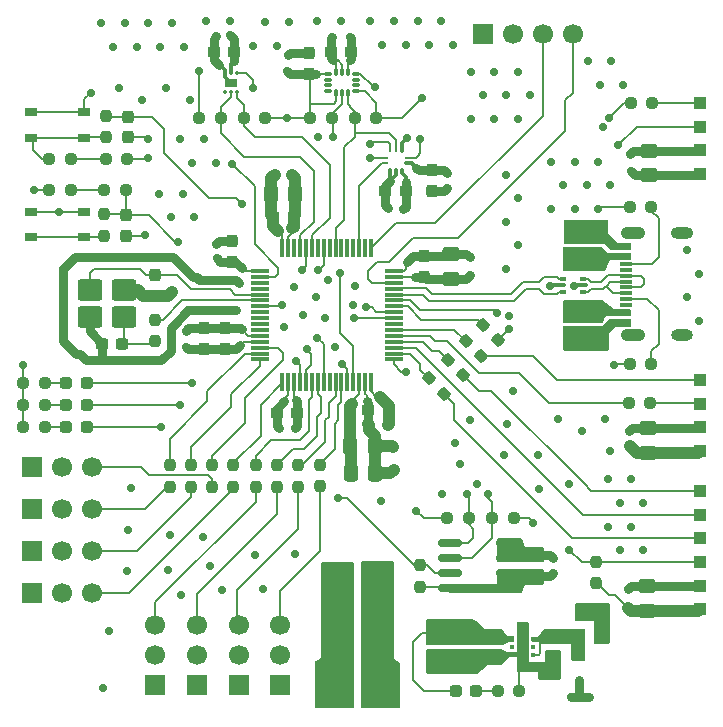
<source format=gtl>
G04 #@! TF.GenerationSoftware,KiCad,Pcbnew,9.0.4*
G04 #@! TF.CreationDate,2025-09-12T00:15:00+05:30*
G04 #@! TF.ProjectId,Udayate,55646179-6174-4652-9e6b-696361645f70,1*
G04 #@! TF.SameCoordinates,Original*
G04 #@! TF.FileFunction,Copper,L1,Top*
G04 #@! TF.FilePolarity,Positive*
%FSLAX46Y46*%
G04 Gerber Fmt 4.6, Leading zero omitted, Abs format (unit mm)*
G04 Created by KiCad (PCBNEW 9.0.4) date 2025-09-12 00:15:00*
%MOMM*%
%LPD*%
G01*
G04 APERTURE LIST*
G04 Aperture macros list*
%AMRoundRect*
0 Rectangle with rounded corners*
0 $1 Rounding radius*
0 $2 $3 $4 $5 $6 $7 $8 $9 X,Y pos of 4 corners*
0 Add a 4 corners polygon primitive as box body*
4,1,4,$2,$3,$4,$5,$6,$7,$8,$9,$2,$3,0*
0 Add four circle primitives for the rounded corners*
1,1,$1+$1,$2,$3*
1,1,$1+$1,$4,$5*
1,1,$1+$1,$6,$7*
1,1,$1+$1,$8,$9*
0 Add four rect primitives between the rounded corners*
20,1,$1+$1,$2,$3,$4,$5,0*
20,1,$1+$1,$4,$5,$6,$7,0*
20,1,$1+$1,$6,$7,$8,$9,0*
20,1,$1+$1,$8,$9,$2,$3,0*%
G04 Aperture macros list end*
G04 #@! TA.AperFunction,SMDPad,CuDef*
%ADD10RoundRect,0.250000X0.475000X-0.337500X0.475000X0.337500X-0.475000X0.337500X-0.475000X-0.337500X0*%
G04 #@! TD*
G04 #@! TA.AperFunction,SMDPad,CuDef*
%ADD11RoundRect,0.237500X0.300000X0.237500X-0.300000X0.237500X-0.300000X-0.237500X0.300000X-0.237500X0*%
G04 #@! TD*
G04 #@! TA.AperFunction,SMDPad,CuDef*
%ADD12RoundRect,0.237500X-0.237500X0.300000X-0.237500X-0.300000X0.237500X-0.300000X0.237500X0.300000X0*%
G04 #@! TD*
G04 #@! TA.AperFunction,SMDPad,CuDef*
%ADD13RoundRect,0.237500X0.250000X0.237500X-0.250000X0.237500X-0.250000X-0.237500X0.250000X-0.237500X0*%
G04 #@! TD*
G04 #@! TA.AperFunction,SMDPad,CuDef*
%ADD14RoundRect,0.250000X0.337500X0.475000X-0.337500X0.475000X-0.337500X-0.475000X0.337500X-0.475000X0*%
G04 #@! TD*
G04 #@! TA.AperFunction,ComponentPad*
%ADD15R,1.700000X1.700000*%
G04 #@! TD*
G04 #@! TA.AperFunction,ComponentPad*
%ADD16C,1.700000*%
G04 #@! TD*
G04 #@! TA.AperFunction,SMDPad,CuDef*
%ADD17R,1.000000X1.000000*%
G04 #@! TD*
G04 #@! TA.AperFunction,SMDPad,CuDef*
%ADD18RoundRect,0.237500X0.237500X-0.250000X0.237500X0.250000X-0.237500X0.250000X-0.237500X-0.250000X0*%
G04 #@! TD*
G04 #@! TA.AperFunction,SMDPad,CuDef*
%ADD19RoundRect,0.237500X0.344715X-0.008839X-0.008839X0.344715X-0.344715X0.008839X0.008839X-0.344715X0*%
G04 #@! TD*
G04 #@! TA.AperFunction,SMDPad,CuDef*
%ADD20RoundRect,0.237500X-0.250000X-0.237500X0.250000X-0.237500X0.250000X0.237500X-0.250000X0.237500X0*%
G04 #@! TD*
G04 #@! TA.AperFunction,SMDPad,CuDef*
%ADD21RoundRect,0.237500X-0.287500X-0.237500X0.287500X-0.237500X0.287500X0.237500X-0.287500X0.237500X0*%
G04 #@! TD*
G04 #@! TA.AperFunction,SMDPad,CuDef*
%ADD22RoundRect,0.045000X0.105000X-0.117500X0.105000X0.117500X-0.105000X0.117500X-0.105000X-0.117500X0*%
G04 #@! TD*
G04 #@! TA.AperFunction,SMDPad,CuDef*
%ADD23RoundRect,0.045000X-0.105000X0.117500X-0.105000X-0.117500X0.105000X-0.117500X0.105000X0.117500X0*%
G04 #@! TD*
G04 #@! TA.AperFunction,HeatsinkPad*
%ADD24RoundRect,0.105000X-0.445000X-0.245000X0.445000X-0.245000X0.445000X0.245000X-0.445000X0.245000X0*%
G04 #@! TD*
G04 #@! TA.AperFunction,SMDPad,CuDef*
%ADD25RoundRect,0.250000X-0.475000X0.337500X-0.475000X-0.337500X0.475000X-0.337500X0.475000X0.337500X0*%
G04 #@! TD*
G04 #@! TA.AperFunction,SMDPad,CuDef*
%ADD26RoundRect,0.081250X0.231250X0.081250X-0.231250X0.081250X-0.231250X-0.081250X0.231250X-0.081250X0*%
G04 #@! TD*
G04 #@! TA.AperFunction,SMDPad,CuDef*
%ADD27RoundRect,0.081250X0.081250X0.231250X-0.081250X0.231250X-0.081250X-0.231250X0.081250X-0.231250X0*%
G04 #@! TD*
G04 #@! TA.AperFunction,SMDPad,CuDef*
%ADD28RoundRect,0.237500X-0.300000X-0.237500X0.300000X-0.237500X0.300000X0.237500X-0.300000X0.237500X0*%
G04 #@! TD*
G04 #@! TA.AperFunction,SMDPad,CuDef*
%ADD29RoundRect,0.237500X0.237500X-0.300000X0.237500X0.300000X-0.237500X0.300000X-0.237500X-0.300000X0*%
G04 #@! TD*
G04 #@! TA.AperFunction,SMDPad,CuDef*
%ADD30R,1.050000X0.650000*%
G04 #@! TD*
G04 #@! TA.AperFunction,SMDPad,CuDef*
%ADD31R,0.279400X0.254000*%
G04 #@! TD*
G04 #@! TA.AperFunction,SMDPad,CuDef*
%ADD32R,0.254000X0.279400*%
G04 #@! TD*
G04 #@! TA.AperFunction,SMDPad,CuDef*
%ADD33RoundRect,0.075000X-0.700000X-0.075000X0.700000X-0.075000X0.700000X0.075000X-0.700000X0.075000X0*%
G04 #@! TD*
G04 #@! TA.AperFunction,SMDPad,CuDef*
%ADD34RoundRect,0.075000X-0.075000X-0.700000X0.075000X-0.700000X0.075000X0.700000X-0.075000X0.700000X0*%
G04 #@! TD*
G04 #@! TA.AperFunction,SMDPad,CuDef*
%ADD35RoundRect,0.237500X-0.344715X0.008839X0.008839X-0.344715X0.344715X-0.008839X-0.008839X0.344715X0*%
G04 #@! TD*
G04 #@! TA.AperFunction,SMDPad,CuDef*
%ADD36RoundRect,0.250000X-0.337500X-0.475000X0.337500X-0.475000X0.337500X0.475000X-0.337500X0.475000X0*%
G04 #@! TD*
G04 #@! TA.AperFunction,SMDPad,CuDef*
%ADD37RoundRect,0.125000X-0.125000X-0.125000X0.125000X-0.125000X0.125000X0.125000X-0.125000X0.125000X0*%
G04 #@! TD*
G04 #@! TA.AperFunction,SMDPad,CuDef*
%ADD38RoundRect,0.093750X0.156250X0.093750X-0.156250X0.093750X-0.156250X-0.093750X0.156250X-0.093750X0*%
G04 #@! TD*
G04 #@! TA.AperFunction,SMDPad,CuDef*
%ADD39RoundRect,0.075000X0.250000X0.075000X-0.250000X0.075000X-0.250000X-0.075000X0.250000X-0.075000X0*%
G04 #@! TD*
G04 #@! TA.AperFunction,SMDPad,CuDef*
%ADD40RoundRect,0.150000X0.825000X0.150000X-0.825000X0.150000X-0.825000X-0.150000X0.825000X-0.150000X0*%
G04 #@! TD*
G04 #@! TA.AperFunction,SMDPad,CuDef*
%ADD41R,2.000000X2.000000*%
G04 #@! TD*
G04 #@! TA.AperFunction,SMDPad,CuDef*
%ADD42R,1.140000X0.600000*%
G04 #@! TD*
G04 #@! TA.AperFunction,SMDPad,CuDef*
%ADD43R,1.140000X0.300000*%
G04 #@! TD*
G04 #@! TA.AperFunction,ComponentPad*
%ADD44O,2.100000X1.050000*%
G04 #@! TD*
G04 #@! TA.AperFunction,ComponentPad*
%ADD45O,1.850000X0.950000*%
G04 #@! TD*
G04 #@! TA.AperFunction,ComponentPad*
%ADD46O,1.900000X1.000000*%
G04 #@! TD*
G04 #@! TA.AperFunction,SMDPad,CuDef*
%ADD47RoundRect,0.093750X-0.093750X-0.106250X0.093750X-0.106250X0.093750X0.106250X-0.093750X0.106250X0*%
G04 #@! TD*
G04 #@! TA.AperFunction,HeatsinkPad*
%ADD48R,1.000000X1.600000*%
G04 #@! TD*
G04 #@! TA.AperFunction,SMDPad,CuDef*
%ADD49RoundRect,0.250000X0.800000X0.650000X-0.800000X0.650000X-0.800000X-0.650000X0.800000X-0.650000X0*%
G04 #@! TD*
G04 #@! TA.AperFunction,SMDPad,CuDef*
%ADD50RoundRect,0.237500X0.287500X0.237500X-0.287500X0.237500X-0.287500X-0.237500X0.287500X-0.237500X0*%
G04 #@! TD*
G04 #@! TA.AperFunction,SMDPad,CuDef*
%ADD51RoundRect,0.125000X-0.125000X0.125000X-0.125000X-0.125000X0.125000X-0.125000X0.125000X0.125000X0*%
G04 #@! TD*
G04 #@! TA.AperFunction,ViaPad*
%ADD52C,0.730000*%
G04 #@! TD*
G04 #@! TA.AperFunction,ViaPad*
%ADD53C,0.700000*%
G04 #@! TD*
G04 #@! TA.AperFunction,ViaPad*
%ADD54C,0.710000*%
G04 #@! TD*
G04 #@! TA.AperFunction,Conductor*
%ADD55C,0.200000*%
G04 #@! TD*
G04 #@! TA.AperFunction,Conductor*
%ADD56C,0.800000*%
G04 #@! TD*
G04 #@! TA.AperFunction,Conductor*
%ADD57C,1.000000*%
G04 #@! TD*
G04 #@! TA.AperFunction,Conductor*
%ADD58C,0.300000*%
G04 #@! TD*
G04 #@! TA.AperFunction,Conductor*
%ADD59C,0.180000*%
G04 #@! TD*
G04 APERTURE END LIST*
D10*
X172968750Y-86468750D03*
X172968750Y-84393750D03*
D11*
X137857500Y-76030000D03*
X136132500Y-76030000D03*
D12*
X159800000Y-125550000D03*
X159800000Y-127275000D03*
D13*
X173200000Y-102420000D03*
X171375000Y-102420000D03*
X140512500Y-81600000D03*
X138687500Y-81600000D03*
D14*
X149337500Y-121300000D03*
X147262500Y-121300000D03*
D15*
X138240000Y-129600000D03*
D16*
X138240000Y-127060000D03*
X138240000Y-124520000D03*
D17*
X177300000Y-119200000D03*
X177270000Y-80330000D03*
D18*
X126875000Y-91587500D03*
X126875000Y-89762500D03*
D19*
X160190470Y-100390470D03*
X158900000Y-99100000D03*
D20*
X171457500Y-80330000D03*
X173282500Y-80330000D03*
D17*
X177300000Y-109800000D03*
D21*
X123625000Y-105900000D03*
X125375000Y-105900000D03*
X123625000Y-104000000D03*
X125375000Y-104000000D03*
D22*
X138095000Y-79430000D03*
D23*
X137595000Y-79430000D03*
X137095000Y-79430000D03*
X137095000Y-77790000D03*
D24*
X137600000Y-78600000D03*
D23*
X137595000Y-77790000D03*
D22*
X138095000Y-77790000D03*
D17*
X177268750Y-86331250D03*
D20*
X119987500Y-105900000D03*
X121812500Y-105900000D03*
D25*
X156200000Y-93125000D03*
X156200000Y-95200000D03*
D26*
X148162500Y-79350000D03*
X148162500Y-78850000D03*
X148162500Y-78350000D03*
X148162500Y-77850000D03*
D27*
X147500000Y-77687500D03*
X147000000Y-77687500D03*
X146500000Y-77687500D03*
D26*
X145837500Y-77850000D03*
X145837500Y-78350000D03*
X145837500Y-78850000D03*
X145837500Y-79350000D03*
D27*
X146500000Y-79512500D03*
X147000000Y-79512500D03*
X147500000Y-79512500D03*
D28*
X141175000Y-90000000D03*
X142900000Y-90000000D03*
D18*
X145100000Y-112800000D03*
X145100000Y-110975000D03*
D15*
X120760000Y-121800000D03*
D16*
X123300000Y-121800000D03*
X125840000Y-121800000D03*
D15*
X158920000Y-74500000D03*
D16*
X161460000Y-74500000D03*
X164000000Y-74500000D03*
X166540000Y-74500000D03*
D20*
X155887500Y-115500000D03*
X157712500Y-115500000D03*
D17*
X177300000Y-103800000D03*
D18*
X127000000Y-83250000D03*
X127000000Y-81425000D03*
D17*
X177300000Y-105800000D03*
D29*
X135300000Y-101125000D03*
X135300000Y-99400000D03*
D12*
X164800000Y-125550000D03*
X164800000Y-127275000D03*
D15*
X134700000Y-129600000D03*
D16*
X134700000Y-127060000D03*
X134700000Y-124520000D03*
D30*
X120625000Y-81125000D03*
X125175000Y-81125000D03*
X120625000Y-83275000D03*
X125175000Y-83275000D03*
D31*
X152387400Y-85450000D03*
X152387400Y-84950000D03*
D32*
X152099999Y-84412600D03*
X151600000Y-84412600D03*
X151100001Y-84412600D03*
D31*
X150812600Y-84950000D03*
X150812600Y-85450000D03*
D32*
X151100001Y-85987400D03*
X151600000Y-85987400D03*
X152099999Y-85987400D03*
D12*
X128900000Y-81487500D03*
X128900000Y-83212500D03*
D20*
X126987500Y-85100000D03*
X128812500Y-85100000D03*
D14*
X149337500Y-125700000D03*
X147262500Y-125700000D03*
D18*
X143290000Y-112812500D03*
X143290000Y-110987500D03*
X137800000Y-112812500D03*
X137800000Y-110987500D03*
D17*
X177300000Y-113200000D03*
D33*
X140025000Y-94550000D03*
X140025000Y-95050000D03*
X140025000Y-95550000D03*
X140025000Y-96050000D03*
X140025000Y-96550000D03*
X140025000Y-97050000D03*
X140025000Y-97550000D03*
X140025000Y-98050000D03*
X140025000Y-98550000D03*
X140025000Y-99050000D03*
X140025000Y-99550000D03*
X140025000Y-100050000D03*
X140025000Y-100550000D03*
X140025000Y-101050000D03*
X140025000Y-101550000D03*
X140025000Y-102050000D03*
D34*
X141950000Y-103975000D03*
X142450000Y-103975000D03*
X142950000Y-103975000D03*
X143450000Y-103975000D03*
X143950000Y-103975000D03*
X144450000Y-103975000D03*
X144950000Y-103975000D03*
X145450000Y-103975000D03*
X145950000Y-103975000D03*
X146450000Y-103975000D03*
X146950000Y-103975000D03*
X147450000Y-103975000D03*
X147950000Y-103975000D03*
X148450000Y-103975000D03*
X148950000Y-103975000D03*
X149450000Y-103975000D03*
D33*
X151375000Y-102050000D03*
X151375000Y-101550000D03*
X151375000Y-101050000D03*
X151375000Y-100550000D03*
X151375000Y-100050000D03*
X151375000Y-99550000D03*
X151375000Y-99050000D03*
X151375000Y-98550000D03*
X151375000Y-98050000D03*
X151375000Y-97550000D03*
X151375000Y-97050000D03*
X151375000Y-96550000D03*
X151375000Y-96050000D03*
X151375000Y-95550000D03*
X151375000Y-95050000D03*
X151375000Y-94550000D03*
D34*
X149450000Y-92625000D03*
X148950000Y-92625000D03*
X148450000Y-92625000D03*
X147950000Y-92625000D03*
X147450000Y-92625000D03*
X146950000Y-92625000D03*
X146450000Y-92625000D03*
X145950000Y-92625000D03*
X145450000Y-92625000D03*
X144950000Y-92625000D03*
X144450000Y-92625000D03*
X143950000Y-92625000D03*
X143450000Y-92625000D03*
X142950000Y-92625000D03*
X142450000Y-92625000D03*
X141950000Y-92625000D03*
D35*
X157454765Y-100504765D03*
X158745235Y-101795235D03*
D17*
X177268750Y-82330000D03*
D20*
X144287500Y-81600000D03*
X146112500Y-81600000D03*
D18*
X141490000Y-112812500D03*
X141490000Y-110987500D03*
D20*
X122187500Y-85100000D03*
X124012500Y-85100000D03*
D15*
X120760000Y-118260000D03*
D16*
X123300000Y-118260000D03*
X125840000Y-118260000D03*
D17*
X177300000Y-121200000D03*
X177268750Y-84331250D03*
D30*
X120625000Y-89525000D03*
X125175000Y-89525000D03*
X120625000Y-91675000D03*
X125175000Y-91675000D03*
D17*
X177300000Y-117200000D03*
D12*
X128700000Y-89837500D03*
X128700000Y-91562500D03*
D20*
X171287500Y-105700000D03*
X173112500Y-105700000D03*
D11*
X143200000Y-106568750D03*
X141475000Y-106568750D03*
D29*
X163500000Y-120367500D03*
X163500000Y-118642500D03*
D14*
X149312500Y-123500000D03*
X147237500Y-123500000D03*
D13*
X149912500Y-81600000D03*
X148087500Y-81600000D03*
X161525000Y-115500000D03*
X159700000Y-115500000D03*
D15*
X131160000Y-129590000D03*
D16*
X131160000Y-127050000D03*
X131160000Y-124510000D03*
D28*
X126675000Y-100700000D03*
X128400000Y-100700000D03*
D18*
X139700000Y-112812500D03*
X139700000Y-110987500D03*
D17*
X177300000Y-107800000D03*
D11*
X147765000Y-76000000D03*
X146040000Y-76000000D03*
D36*
X147687500Y-109400000D03*
X149762500Y-109400000D03*
D12*
X154600000Y-86037500D03*
X154600000Y-87762500D03*
D29*
X137100000Y-101125000D03*
X137100000Y-99400000D03*
D18*
X134200000Y-112812500D03*
X134200000Y-110987500D03*
D10*
X172900000Y-109937500D03*
X172900000Y-107862500D03*
D29*
X137700000Y-93762500D03*
X137700000Y-92037500D03*
D36*
X140975000Y-88000000D03*
X143050000Y-88000000D03*
D20*
X134887500Y-81600000D03*
X136712500Y-81600000D03*
X119987500Y-104000000D03*
X121812500Y-104000000D03*
D13*
X173200000Y-89100000D03*
X171375000Y-89100000D03*
D25*
X157600000Y-125475000D03*
X157600000Y-127550000D03*
D15*
X120760000Y-111180000D03*
D16*
X123300000Y-111180000D03*
X125840000Y-111180000D03*
D21*
X123625000Y-107800000D03*
X125375000Y-107800000D03*
D12*
X131150000Y-94937500D03*
X131150000Y-96662500D03*
D37*
X166700000Y-125400000D03*
X168900000Y-125400000D03*
D38*
X167420000Y-96320000D03*
D39*
X167495000Y-95782500D03*
D38*
X167420000Y-95245000D03*
X165720000Y-95245000D03*
D39*
X165645000Y-95782500D03*
D38*
X165720000Y-96320000D03*
D11*
X150962500Y-106300000D03*
X149237500Y-106300000D03*
D40*
X161075000Y-121405000D03*
X161075000Y-120135000D03*
X161075000Y-118865000D03*
X161075000Y-117595000D03*
X156125000Y-117595000D03*
X156125000Y-118865000D03*
X156125000Y-120135000D03*
X156125000Y-121405000D03*
D10*
X168120000Y-93520000D03*
X168120000Y-91445000D03*
D17*
X177300000Y-115200000D03*
D36*
X147725000Y-111700000D03*
X149800000Y-111700000D03*
D25*
X168120000Y-98082500D03*
X168120000Y-100157500D03*
D41*
X150400000Y-130100000D03*
D11*
X152400000Y-87800000D03*
X150675000Y-87800000D03*
D17*
X177300000Y-123200000D03*
D41*
X146000000Y-130100000D03*
D20*
X122187500Y-87700000D03*
X124012500Y-87700000D03*
D42*
X170900000Y-98900000D03*
X170900000Y-98100000D03*
D43*
X171050000Y-96950000D03*
X171050000Y-95950000D03*
X171050000Y-95450000D03*
X171050000Y-94450000D03*
D42*
X170900000Y-92500000D03*
X170900000Y-93300000D03*
D43*
X171050000Y-93950000D03*
X171050000Y-94950000D03*
X171050000Y-96450000D03*
X171050000Y-97450000D03*
D44*
X171620000Y-100020000D03*
X171620000Y-91380000D03*
D45*
X175800000Y-100020000D03*
D46*
X175800000Y-91380000D03*
D20*
X119987500Y-107800000D03*
X121812500Y-107800000D03*
D15*
X120760000Y-114720000D03*
D16*
X123300000Y-114720000D03*
X125840000Y-114720000D03*
D15*
X141780000Y-129590000D03*
D16*
X141780000Y-127050000D03*
X141780000Y-124510000D03*
D18*
X168500000Y-121012500D03*
X168500000Y-119187500D03*
D13*
X162012500Y-130100000D03*
X160187500Y-130100000D03*
D12*
X153900000Y-93300000D03*
X153900000Y-95025000D03*
D18*
X136000000Y-112825000D03*
X136000000Y-111000000D03*
D47*
X161412500Y-125750000D03*
X161412500Y-126400000D03*
X161412500Y-127050000D03*
X163187500Y-127050000D03*
X163187500Y-126400000D03*
X163187500Y-125750000D03*
D48*
X162300000Y-126400000D03*
D18*
X131150000Y-100512500D03*
X131150000Y-98687500D03*
X132400000Y-112812500D03*
X132400000Y-110987500D03*
D19*
X155645235Y-104945235D03*
X154354765Y-103654765D03*
D49*
X128550000Y-96187500D03*
X125650000Y-96187500D03*
X125650000Y-98487500D03*
X128550000Y-98487500D03*
D20*
X126887500Y-87700000D03*
X128712500Y-87700000D03*
D19*
X157245235Y-103345235D03*
X155954765Y-102054765D03*
D29*
X144240000Y-77862500D03*
X144240000Y-76137500D03*
D50*
X158375000Y-130100000D03*
X156625000Y-130100000D03*
D51*
X167100000Y-127000000D03*
X167100000Y-129200000D03*
D10*
X172800000Y-123337500D03*
X172800000Y-121262500D03*
D18*
X153600000Y-121317500D03*
X153600000Y-119492500D03*
D52*
X123400000Y-96400000D03*
D53*
X136300000Y-92300000D03*
D52*
X160900000Y-90400000D03*
D53*
X151300000Y-109500000D03*
X141637500Y-107868750D03*
D52*
X159900000Y-81700000D03*
X155400000Y-73400000D03*
X176200000Y-96800000D03*
X132500000Y-90000000D03*
X132600000Y-73600000D03*
X143000000Y-118500000D03*
X167800000Y-76800000D03*
X133200000Y-93900000D03*
X156600000Y-109100000D03*
X132500000Y-101300000D03*
D53*
X171368750Y-84631250D03*
D52*
X132600000Y-96300000D03*
X157900000Y-77700000D03*
D53*
X145800000Y-122200000D03*
D52*
X172500000Y-114200000D03*
D53*
X164900000Y-118900000D03*
D52*
X137500000Y-73400000D03*
X154400000Y-75400000D03*
D53*
X126700000Y-102100000D03*
D52*
X135800000Y-119500000D03*
X146400000Y-101000000D03*
X149400000Y-83825000D03*
X153400000Y-73400000D03*
X161900000Y-92400000D03*
X167300000Y-108100000D03*
X170800000Y-78800000D03*
X144800000Y-96800000D03*
X158900000Y-79700000D03*
X140500000Y-73500000D03*
X162265000Y-128085000D03*
X145800000Y-95300000D03*
X136700000Y-95300000D03*
X128600000Y-73600000D03*
X150300000Y-114000000D03*
D53*
X146165000Y-74737500D03*
D52*
X171200000Y-121500000D03*
X131500000Y-88000000D03*
X160900000Y-94400000D03*
D53*
X120000000Y-102500000D03*
X162410000Y-126840000D03*
D52*
X172500000Y-118200000D03*
X132300000Y-119900000D03*
X139600000Y-118600000D03*
X141500000Y-75500000D03*
X134000000Y-97900000D03*
X147900000Y-97400000D03*
X133400000Y-122000000D03*
X132400000Y-116900000D03*
X145600000Y-98500000D03*
X142400000Y-76300000D03*
X171300000Y-108100000D03*
X168800000Y-78800000D03*
D53*
X154800000Y-127500000D03*
X142800000Y-86400000D03*
X157800000Y-94900000D03*
D52*
X133300000Y-83400000D03*
X135500000Y-73400000D03*
X145000000Y-83200000D03*
X161500000Y-104700000D03*
X163700000Y-113000000D03*
X136800000Y-121600000D03*
X128900000Y-116500000D03*
X156400000Y-75400000D03*
X128800000Y-120000000D03*
D53*
X145800000Y-121000000D03*
X155900000Y-127100000D03*
X166500000Y-91800000D03*
X166600000Y-95800000D03*
D52*
X146900000Y-73400000D03*
X165700000Y-87300000D03*
X155500000Y-113400000D03*
X138300000Y-95600000D03*
X136000000Y-97900000D03*
D53*
X150900000Y-89200000D03*
D52*
X159900000Y-77700000D03*
X131000000Y-93400000D03*
X168700000Y-89300000D03*
X168700000Y-85300000D03*
X169800000Y-76800000D03*
X136300000Y-85400000D03*
D53*
X166500000Y-90700000D03*
D52*
X150400000Y-75400000D03*
D53*
X162180000Y-126000000D03*
D52*
X142100000Y-99300000D03*
X135300000Y-83400000D03*
X162900000Y-79700000D03*
X160900000Y-79700000D03*
X126600000Y-73600000D03*
D53*
X130700000Y-102100000D03*
X149300000Y-107600000D03*
X136339000Y-74700000D03*
D52*
X130100000Y-80100000D03*
D53*
X170067500Y-102500000D03*
D52*
X157900000Y-81700000D03*
X169500000Y-112200000D03*
X157800000Y-107200000D03*
X166200000Y-112600000D03*
X143700000Y-98300000D03*
X160900000Y-86400000D03*
D53*
X151400000Y-111400000D03*
X123000000Y-89525000D03*
D52*
X134100000Y-80100000D03*
X131600000Y-75600000D03*
X132100000Y-79100000D03*
X161900000Y-81700000D03*
X127600000Y-75600000D03*
X165300000Y-107100000D03*
X130600000Y-73600000D03*
X169500000Y-116200000D03*
D53*
X130600000Y-85000000D03*
D52*
X133500000Y-88000000D03*
D53*
X163300000Y-128100000D03*
D52*
X129000000Y-93400000D03*
X123400000Y-100400000D03*
X164700000Y-85300000D03*
X169100000Y-82400000D03*
X176200000Y-92800000D03*
X166700000Y-89300000D03*
X177200000Y-94800000D03*
D53*
X130600000Y-83400000D03*
D52*
X149400000Y-73400000D03*
X157000000Y-110900000D03*
X132700000Y-99200000D03*
D53*
X155900000Y-87500000D03*
D52*
X126800000Y-129900000D03*
X171500000Y-112200000D03*
X125000000Y-93400000D03*
X129100000Y-112900000D03*
X134300000Y-85400000D03*
D53*
X124800000Y-101600000D03*
X133800000Y-99600000D03*
D52*
X161900000Y-88400000D03*
X170500000Y-114200000D03*
X134700000Y-95100000D03*
X152400000Y-75400000D03*
D53*
X152500000Y-83300000D03*
X165100000Y-128700000D03*
D52*
X161100000Y-98400000D03*
X140300000Y-121500000D03*
X127000000Y-93400000D03*
X148100000Y-95800000D03*
D53*
X130300000Y-91500000D03*
D52*
X142500000Y-73500000D03*
X144900000Y-73400000D03*
X138000000Y-97900000D03*
X177200000Y-98800000D03*
X170500000Y-118200000D03*
X164700000Y-89300000D03*
X127300000Y-125000000D03*
X169700000Y-87300000D03*
X162270000Y-124700000D03*
X161900000Y-77700000D03*
X123400000Y-94400000D03*
D53*
X166400000Y-99700000D03*
X164100000Y-128700000D03*
D52*
X151400000Y-73400000D03*
X129600000Y-75600000D03*
X133600000Y-75600000D03*
X128100000Y-79100000D03*
X139500000Y-75500000D03*
X169700000Y-109800000D03*
X163600000Y-110100000D03*
X134500000Y-90000000D03*
D53*
X145800000Y-119700000D03*
D52*
X135200000Y-117100000D03*
D53*
X155900000Y-128200000D03*
D52*
X158400000Y-112600000D03*
X161000000Y-107500000D03*
D53*
X166400000Y-100800000D03*
D52*
X171500000Y-116200000D03*
X123400000Y-98400000D03*
X142900000Y-95900000D03*
D53*
X147300000Y-119700000D03*
D52*
X160700000Y-110100000D03*
X166700000Y-85300000D03*
D53*
X128700000Y-102100000D03*
D52*
X169300000Y-107100000D03*
X167700000Y-87300000D03*
D54*
X142300000Y-77600000D03*
X153800000Y-79900000D03*
D53*
X152200000Y-89300000D03*
D54*
X134900000Y-77600000D03*
X163200000Y-115900000D03*
D53*
X157800000Y-93400000D03*
X143037500Y-107868750D03*
X155900000Y-125850000D03*
X133800000Y-101000000D03*
X154600000Y-125200000D03*
X136400000Y-93500000D03*
X155900000Y-124500000D03*
X155900000Y-86300000D03*
X164900000Y-120100000D03*
X125750000Y-79450000D03*
X150900000Y-107600000D03*
D52*
X142300000Y-81600000D03*
X141300000Y-86400000D03*
D53*
X137500000Y-74600000D03*
X149400000Y-85000000D03*
D54*
X120900000Y-87700000D03*
D53*
X147665000Y-74737500D03*
D54*
X153300000Y-114900000D03*
D53*
X141900000Y-97400000D03*
X133100000Y-92100000D03*
X143600000Y-94500000D03*
D54*
X138500000Y-88900000D03*
D53*
X166400000Y-98500000D03*
X166500000Y-94100000D03*
X166400000Y-97500000D03*
X168900000Y-123400000D03*
X167400000Y-123400000D03*
X164600000Y-95800000D03*
X166500000Y-93020000D03*
X166400000Y-130600000D03*
X150800000Y-121100000D03*
D54*
X171200000Y-123100000D03*
D53*
X171400000Y-109400000D03*
X150800000Y-119700000D03*
X150800000Y-122500000D03*
X149400000Y-119700000D03*
X167900000Y-130600000D03*
X171468750Y-86131250D03*
D54*
X152400000Y-103100000D03*
X166250000Y-118150000D03*
X170400000Y-83900000D03*
X161100000Y-99500000D03*
D53*
X146700000Y-113800000D03*
D54*
X147000000Y-102400000D03*
X144900000Y-100200000D03*
X134300000Y-104000000D03*
X131700000Y-107800000D03*
X143100000Y-102200000D03*
X144000000Y-101200000D03*
X133300000Y-105900000D03*
X160100000Y-98100000D03*
X169600000Y-81600000D03*
X149800000Y-79000000D03*
X145000000Y-94500000D03*
X139500000Y-79100000D03*
D52*
X137700000Y-85500000D03*
D54*
X149000000Y-97600000D03*
X159400000Y-113400000D03*
X157600000Y-113400000D03*
X148000000Y-98500000D03*
X153600000Y-83400000D03*
X146800000Y-94700000D03*
X146200000Y-83200000D03*
D55*
X163650000Y-127050000D02*
X163800000Y-126900000D01*
X163800000Y-126900000D02*
X163800000Y-125900000D01*
X163800000Y-125900000D02*
X163700000Y-125800000D01*
X163187500Y-127050000D02*
X163650000Y-127050000D01*
D56*
X172800000Y-121262500D02*
X177237500Y-121262500D01*
X171537500Y-107862500D02*
X171300000Y-108100000D01*
D55*
X151100001Y-84412600D02*
X151100001Y-83800001D01*
D56*
X134700000Y-95100000D02*
X134400000Y-95100000D01*
X177206250Y-84393750D02*
X177268750Y-84331250D01*
D55*
X119987500Y-104000000D02*
X119987500Y-107800000D01*
D57*
X143050000Y-89850000D02*
X142900000Y-90000000D01*
X131150000Y-96662500D02*
X132237500Y-96662500D01*
D55*
X148950000Y-103975000D02*
X148950000Y-104950000D01*
D57*
X143050000Y-88000000D02*
X143050000Y-86650000D01*
D58*
X136695000Y-77130000D02*
X136595000Y-77130000D01*
D56*
X138000000Y-95300000D02*
X136700000Y-95300000D01*
X146040000Y-76512500D02*
X146263750Y-76736250D01*
X136132500Y-74906500D02*
X136339000Y-74700000D01*
X128700000Y-102100000D02*
X130700000Y-102100000D01*
D55*
X130412500Y-83212500D02*
X130600000Y-83400000D01*
D58*
X167495000Y-95782500D02*
X166617500Y-95782500D01*
D55*
X162265000Y-128085000D02*
X162300000Y-128050000D01*
D56*
X146040000Y-76000000D02*
X146040000Y-74862500D01*
D58*
X151100000Y-86900000D02*
X151100001Y-85987400D01*
D56*
X127000000Y-93400000D02*
X125000000Y-93400000D01*
D55*
X162012500Y-130100000D02*
X162012500Y-128337500D01*
D57*
X142900000Y-90000000D02*
X142900000Y-90800000D01*
D56*
X136562500Y-92037500D02*
X136300000Y-92300000D01*
X172900000Y-107862500D02*
X171537500Y-107862500D01*
D55*
X153150000Y-95050000D02*
X153175000Y-95025000D01*
D56*
X124800000Y-101600000D02*
X124500000Y-101600000D01*
D55*
X162012500Y-128337500D02*
X162265000Y-128085000D01*
D56*
X137100000Y-99400000D02*
X135300000Y-99400000D01*
X132500000Y-99400000D02*
X132700000Y-99200000D01*
D58*
X137095000Y-77530000D02*
X136695000Y-77130000D01*
D55*
X142800000Y-91300000D02*
X142800000Y-90900000D01*
D56*
X177237500Y-121262500D02*
X177300000Y-121200000D01*
X133200000Y-93900000D02*
X132700000Y-93400000D01*
X132500000Y-101300000D02*
X132500000Y-99400000D01*
D55*
X120625000Y-89525000D02*
X123000000Y-89525000D01*
X128900000Y-83212500D02*
X130412500Y-83212500D01*
X130237500Y-91562500D02*
X130300000Y-91500000D01*
D58*
X152099999Y-83700001D02*
X152500000Y-83300000D01*
D55*
X171375000Y-102420000D02*
X170147500Y-102420000D01*
D57*
X130162500Y-96662500D02*
X131150000Y-96662500D01*
D56*
X123400000Y-94400000D02*
X123400000Y-96400000D01*
X150675000Y-87800000D02*
X150675000Y-87325000D01*
X144240000Y-76137500D02*
X142562500Y-76137500D01*
D55*
X147000000Y-77687500D02*
X147000000Y-77100000D01*
X130500000Y-85100000D02*
X130600000Y-85000000D01*
D56*
X150675000Y-87325000D02*
X151100000Y-86900000D01*
X149237500Y-105737500D02*
X149100000Y-105600000D01*
X126675000Y-100700000D02*
X126675000Y-102075000D01*
D55*
X139050000Y-100050000D02*
X138500000Y-99500000D01*
D58*
X151600000Y-85987400D02*
X151600000Y-86400000D01*
D56*
X137100000Y-99400000D02*
X138400000Y-99400000D01*
D55*
X146500000Y-76972500D02*
X146263750Y-76736250D01*
D56*
X129000000Y-93400000D02*
X127000000Y-93400000D01*
X123400000Y-100500000D02*
X123400000Y-100400000D01*
X131700000Y-102100000D02*
X132500000Y-101300000D01*
X172800000Y-121262500D02*
X171437500Y-121262500D01*
D57*
X149300000Y-108000000D02*
X149800000Y-108500000D01*
D56*
X156200000Y-95200000D02*
X154075000Y-95200000D01*
X131000000Y-93400000D02*
X129000000Y-93400000D01*
X153900000Y-95025000D02*
X153175000Y-95025000D01*
X177237500Y-107862500D02*
X177300000Y-107800000D01*
X172900000Y-107862500D02*
X177237500Y-107862500D01*
X124500000Y-101600000D02*
X123400000Y-100500000D01*
X134000000Y-97900000D02*
X136000000Y-97900000D01*
X163500000Y-118642500D02*
X164642500Y-118642500D01*
X134000000Y-99400000D02*
X133800000Y-99600000D01*
X146040000Y-74862500D02*
X146165000Y-74737500D01*
X126700000Y-102100000D02*
X128700000Y-102100000D01*
X126675000Y-102075000D02*
X126700000Y-102100000D01*
D57*
X151200000Y-109400000D02*
X151300000Y-109500000D01*
D56*
X136700000Y-95300000D02*
X134900000Y-95300000D01*
X134900000Y-95300000D02*
X134700000Y-95100000D01*
X146040000Y-76000000D02*
X146040000Y-76512500D01*
D57*
X149762500Y-109400000D02*
X151200000Y-109400000D01*
D56*
X136000000Y-97900000D02*
X138000000Y-97900000D01*
X125650000Y-98487500D02*
X125650000Y-99675000D01*
D55*
X148950000Y-104950000D02*
X149100000Y-105100000D01*
X149625000Y-83600000D02*
X149400000Y-83825000D01*
X142450000Y-91650000D02*
X142800000Y-91300000D01*
X128812500Y-85100000D02*
X130500000Y-85100000D01*
X150900000Y-83600000D02*
X149625000Y-83600000D01*
D56*
X149237500Y-106300000D02*
X149237500Y-107537500D01*
D57*
X149800000Y-111700000D02*
X151100000Y-111700000D01*
D55*
X128700000Y-91562500D02*
X130237500Y-91562500D01*
X168900000Y-89100000D02*
X168700000Y-89300000D01*
X149100000Y-105100000D02*
X149100000Y-105600000D01*
D58*
X137095000Y-78095000D02*
X137600000Y-78600000D01*
D56*
X138400000Y-99400000D02*
X138500000Y-99500000D01*
X125000000Y-93400000D02*
X124400000Y-93400000D01*
D57*
X128550000Y-96187500D02*
X129687500Y-96187500D01*
D58*
X151600000Y-86400000D02*
X151100000Y-86900000D01*
D56*
X134400000Y-95100000D02*
X133200000Y-93900000D01*
D55*
X151375000Y-95050000D02*
X153150000Y-95050000D01*
D56*
X150900000Y-89200000D02*
X150675000Y-88975000D01*
D58*
X152099999Y-84412600D02*
X152099999Y-83700001D01*
D56*
X172968750Y-84393750D02*
X171606250Y-84393750D01*
D55*
X123000000Y-89525000D02*
X125175000Y-89525000D01*
X146500000Y-77687500D02*
X146500000Y-76972500D01*
D56*
X123400000Y-96400000D02*
X123400000Y-98400000D01*
X154600000Y-87762500D02*
X155637500Y-87762500D01*
X171437500Y-121262500D02*
X171200000Y-121500000D01*
X141475000Y-106225000D02*
X142100000Y-105600000D01*
D55*
X140025000Y-100050000D02*
X139050000Y-100050000D01*
X142450000Y-92625000D02*
X142450000Y-91650000D01*
D56*
X125650000Y-99675000D02*
X126675000Y-100700000D01*
X124400000Y-93400000D02*
X123400000Y-94400000D01*
X141475000Y-107706250D02*
X141637500Y-107868750D01*
X136132500Y-76667500D02*
X136595000Y-77130000D01*
X149237500Y-106300000D02*
X149237500Y-105737500D01*
X141475000Y-106568750D02*
X141475000Y-107706250D01*
D57*
X143050000Y-88000000D02*
X143050000Y-89850000D01*
D56*
X136132500Y-76030000D02*
X136132500Y-76667500D01*
X141475000Y-106568750D02*
X141475000Y-106225000D01*
D55*
X171375000Y-89100000D02*
X168900000Y-89100000D01*
D56*
X138300000Y-95600000D02*
X138000000Y-95300000D01*
X132700000Y-99200000D02*
X134000000Y-97900000D01*
X157500000Y-95200000D02*
X157800000Y-94900000D01*
X132700000Y-93400000D02*
X131000000Y-93400000D01*
D58*
X166617500Y-95782500D02*
X166600000Y-95800000D01*
D55*
X119987500Y-102512500D02*
X120000000Y-102500000D01*
D57*
X149800000Y-108500000D02*
X149800000Y-111700000D01*
D55*
X142100000Y-105400000D02*
X142100000Y-105600000D01*
D57*
X132237500Y-96662500D02*
X132600000Y-96300000D01*
D56*
X136132500Y-76030000D02*
X136132500Y-74906500D01*
X164642500Y-118642500D02*
X164900000Y-118900000D01*
D55*
X142450000Y-103975000D02*
X142450000Y-105050000D01*
D57*
X142900000Y-90800000D02*
X142800000Y-90900000D01*
D56*
X130700000Y-102100000D02*
X131700000Y-102100000D01*
X156200000Y-95200000D02*
X157500000Y-95200000D01*
D58*
X137095000Y-77790000D02*
X137095000Y-77530000D01*
D56*
X150675000Y-88975000D02*
X150675000Y-87800000D01*
X171606250Y-84393750D02*
X171368750Y-84631250D01*
D57*
X151100000Y-111700000D02*
X151400000Y-111400000D01*
D56*
X154075000Y-95200000D02*
X153900000Y-95025000D01*
D55*
X151100001Y-83800001D02*
X150900000Y-83600000D01*
D56*
X125300000Y-102100000D02*
X126700000Y-102100000D01*
D55*
X146636250Y-76736250D02*
X146263750Y-76736250D01*
X142450000Y-105050000D02*
X142100000Y-105400000D01*
D56*
X124800000Y-101600000D02*
X125300000Y-102100000D01*
X172968750Y-84393750D02*
X177206250Y-84393750D01*
X155637500Y-87762500D02*
X155900000Y-87500000D01*
X142562500Y-76137500D02*
X142400000Y-76300000D01*
D55*
X147000000Y-77100000D02*
X146636250Y-76736250D01*
X119987500Y-104000000D02*
X119987500Y-102512500D01*
D56*
X137700000Y-92037500D02*
X136562500Y-92037500D01*
X135300000Y-99400000D02*
X134000000Y-99400000D01*
D58*
X137095000Y-77790000D02*
X137095000Y-78095000D01*
D56*
X123400000Y-98400000D02*
X123400000Y-100400000D01*
D57*
X129687500Y-96187500D02*
X130162500Y-96662500D01*
X143050000Y-86650000D02*
X142800000Y-86400000D01*
X149237500Y-107537500D02*
X149300000Y-107600000D01*
D55*
X152400000Y-93900000D02*
X152400000Y-94400000D01*
D56*
X153537500Y-86037500D02*
X153300000Y-85800000D01*
X152200000Y-89300000D02*
X152400000Y-89100000D01*
X137857500Y-74957500D02*
X137500000Y-74600000D01*
D55*
X147500000Y-77687500D02*
X147500000Y-76900000D01*
X148950000Y-79350000D02*
X149912500Y-80312500D01*
D56*
X147765000Y-76000000D02*
X147765000Y-76635000D01*
D55*
X140025000Y-100550000D02*
X138650000Y-100550000D01*
D58*
X150100000Y-105100000D02*
X150200000Y-105200000D01*
D56*
X157525000Y-93125000D02*
X157800000Y-93400000D01*
D58*
X149900000Y-105100000D02*
X150100000Y-105100000D01*
D55*
X161525000Y-115500000D02*
X162800000Y-115500000D01*
X144850000Y-77850000D02*
X144837500Y-77862500D01*
X142300000Y-81600000D02*
X144287500Y-81600000D01*
X153600000Y-121317500D02*
X156037500Y-121317500D01*
X142950000Y-105350000D02*
X143100000Y-105500000D01*
D56*
X143200000Y-105600000D02*
X143100000Y-105500000D01*
D57*
X140975000Y-88000000D02*
X140975000Y-86725000D01*
D55*
X149900000Y-105200000D02*
X150200000Y-105200000D01*
X149912500Y-81600000D02*
X152100000Y-81600000D01*
D56*
X137857500Y-76030000D02*
X137857500Y-74957500D01*
D55*
X149400000Y-85000000D02*
X150000000Y-85000000D01*
X147500000Y-76900000D02*
X147700000Y-76700000D01*
X152100000Y-81600000D02*
X153800000Y-79900000D01*
D57*
X140975000Y-88000000D02*
X140975000Y-89800000D01*
D55*
X125175000Y-81125000D02*
X125175000Y-80025000D01*
D56*
X153900000Y-93300000D02*
X153400000Y-93300000D01*
D55*
X144387500Y-80400000D02*
X144287500Y-80300000D01*
D56*
X142562500Y-77862500D02*
X142300000Y-77600000D01*
X137857500Y-76030000D02*
X137857500Y-76767500D01*
X154600000Y-86037500D02*
X153537500Y-86037500D01*
D55*
X155887500Y-115500000D02*
X153900000Y-115500000D01*
X138650000Y-100550000D02*
X138400000Y-100800000D01*
X152250000Y-94550000D02*
X151375000Y-94550000D01*
X153000000Y-129200000D02*
X153900000Y-130100000D01*
X149912500Y-80312500D02*
X149912500Y-81600000D01*
X122187500Y-87700000D02*
X120900000Y-87700000D01*
D56*
X135300000Y-101125000D02*
X133925000Y-101125000D01*
X137700000Y-93762500D02*
X136662500Y-93762500D01*
D55*
X150050000Y-84950000D02*
X150812600Y-84950000D01*
D56*
X156125000Y-121405000D02*
X159200000Y-121405000D01*
X164632500Y-120367500D02*
X164900000Y-120100000D01*
X137100000Y-101200000D02*
X138000000Y-101200000D01*
D55*
X153000000Y-129200000D02*
X153000000Y-126000000D01*
X148162500Y-79350000D02*
X148950000Y-79350000D01*
D56*
X147765000Y-76635000D02*
X147700000Y-76700000D01*
D55*
X146300000Y-80400000D02*
X144387500Y-80400000D01*
D57*
X150962500Y-107537500D02*
X150900000Y-107600000D01*
D56*
X163500000Y-120367500D02*
X164632500Y-120367500D01*
D55*
X149450000Y-103975000D02*
X149450000Y-104750000D01*
X134887500Y-77612500D02*
X134900000Y-77600000D01*
D56*
X137100000Y-101200000D02*
X135300000Y-101200000D01*
D57*
X140975000Y-86725000D02*
X141300000Y-86400000D01*
D55*
X141950000Y-92625000D02*
X141950000Y-91550000D01*
X134887500Y-81600000D02*
X134887500Y-77612500D01*
X144287500Y-80300000D02*
X144287500Y-77910000D01*
X153000000Y-126000000D02*
X153800000Y-125200000D01*
D57*
X141300000Y-86400000D02*
X141100000Y-86600000D01*
D55*
X138750000Y-94550000D02*
X138500000Y-94300000D01*
X152500000Y-93800000D02*
X152400000Y-93900000D01*
D58*
X153300000Y-85800000D02*
X152950000Y-85450000D01*
D55*
X125175000Y-80025000D02*
X125750000Y-79450000D01*
X149450000Y-104750000D02*
X149900000Y-105200000D01*
X146500000Y-79512500D02*
X146500000Y-80200000D01*
X120825000Y-81125000D02*
X125175000Y-81125000D01*
D56*
X137700000Y-93762500D02*
X137962500Y-93762500D01*
D58*
X152099999Y-86299999D02*
X152099999Y-85987400D01*
D56*
X138000000Y-101200000D02*
X138400000Y-100800000D01*
X137962500Y-93762500D02*
X138500000Y-94300000D01*
D55*
X140512500Y-81600000D02*
X142300000Y-81600000D01*
X153900000Y-130100000D02*
X156625000Y-130100000D01*
D57*
X141600000Y-91200000D02*
X141175000Y-90775000D01*
D58*
X137595000Y-77790000D02*
X137595000Y-77030000D01*
D57*
X140975000Y-89800000D02*
X141175000Y-90000000D01*
D55*
X144287500Y-81600000D02*
X144287500Y-80300000D01*
D56*
X136662500Y-93762500D02*
X136400000Y-93500000D01*
D57*
X150962500Y-106300000D02*
X150962500Y-107537500D01*
D56*
X156200000Y-93125000D02*
X157525000Y-93125000D01*
D55*
X156037500Y-121317500D02*
X156125000Y-121405000D01*
X153800000Y-125200000D02*
X154600000Y-125200000D01*
D56*
X152400000Y-87800000D02*
X152400000Y-87000000D01*
D55*
X142950000Y-103975000D02*
X142950000Y-105350000D01*
D58*
X152950000Y-85450000D02*
X152387400Y-85450000D01*
D56*
X144240000Y-77862500D02*
X142562500Y-77862500D01*
X154600000Y-86037500D02*
X155637500Y-86037500D01*
D57*
X141175000Y-90775000D02*
X141175000Y-90000000D01*
D56*
X147765000Y-74837500D02*
X147665000Y-74737500D01*
X159200000Y-121405000D02*
X161075000Y-121405000D01*
D57*
X150200000Y-105200000D02*
X150962500Y-105962500D01*
D56*
X153400000Y-93300000D02*
X153000000Y-93300000D01*
D55*
X145837500Y-77850000D02*
X144850000Y-77850000D01*
X146500000Y-80200000D02*
X146300000Y-80400000D01*
D56*
X156025000Y-93300000D02*
X156200000Y-93125000D01*
X143200000Y-107706250D02*
X143037500Y-107868750D01*
X152400000Y-89100000D02*
X152400000Y-87800000D01*
X133925000Y-101125000D02*
X133800000Y-101000000D01*
X153000000Y-93300000D02*
X152500000Y-93800000D01*
D55*
X150000000Y-85000000D02*
X150050000Y-84950000D01*
X153900000Y-115500000D02*
X153300000Y-114900000D01*
D56*
X143200000Y-106568750D02*
X143200000Y-107706250D01*
X153900000Y-93300000D02*
X156025000Y-93300000D01*
D55*
X162800000Y-115500000D02*
X163200000Y-115900000D01*
X152400000Y-94400000D02*
X152250000Y-94550000D01*
D56*
X147765000Y-76000000D02*
X147765000Y-74837500D01*
X155637500Y-86037500D02*
X155900000Y-86300000D01*
D58*
X152400000Y-86600000D02*
X152099999Y-86299999D01*
D56*
X143200000Y-106568750D02*
X143200000Y-105600000D01*
D58*
X152400000Y-87000000D02*
X152400000Y-86600000D01*
D57*
X150962500Y-105962500D02*
X150962500Y-106300000D01*
D56*
X144240000Y-77862500D02*
X144837500Y-77862500D01*
D55*
X140025000Y-94550000D02*
X138750000Y-94550000D01*
X133100000Y-92100000D02*
X132900000Y-92100000D01*
X128700000Y-87712500D02*
X128712500Y-87700000D01*
X130637500Y-89837500D02*
X128700000Y-89837500D01*
X126875000Y-89762500D02*
X128625000Y-89762500D01*
X128625000Y-89762500D02*
X128700000Y-89837500D01*
X128700000Y-89837500D02*
X128700000Y-87712500D01*
X132900000Y-92100000D02*
X130637500Y-89837500D01*
X140025000Y-97550000D02*
X141750000Y-97550000D01*
X137500000Y-96100000D02*
X134200000Y-96100000D01*
X125650000Y-94750000D02*
X126000000Y-94400000D01*
X126000000Y-94400000D02*
X129900000Y-94400000D01*
X140025000Y-96550000D02*
X137950000Y-96550000D01*
X131150000Y-94937500D02*
X132900000Y-94937500D01*
X130437500Y-94937500D02*
X131150000Y-94937500D01*
X137950000Y-96550000D02*
X137500000Y-96100000D01*
X125650000Y-96187500D02*
X125650000Y-94750000D01*
X134200000Y-96100000D02*
X133037500Y-94937500D01*
X133037500Y-94937500D02*
X132900000Y-94937500D01*
X129900000Y-94400000D02*
X130437500Y-94937500D01*
X128550000Y-100525000D02*
X128550000Y-98487500D01*
X128400000Y-100675000D02*
X128550000Y-100525000D01*
X128400000Y-100700000D02*
X130962500Y-100700000D01*
X130962500Y-100700000D02*
X131150000Y-100512500D01*
X128400000Y-100700000D02*
X128400000Y-100675000D01*
X128900000Y-81487500D02*
X127062500Y-81487500D01*
X138000000Y-88400000D02*
X135741079Y-88400000D01*
X131900000Y-84558921D02*
X131900000Y-82500000D01*
X143600000Y-94500000D02*
X143950000Y-94150000D01*
X127062500Y-81487500D02*
X127000000Y-81425000D01*
X131900000Y-82500000D02*
X130887500Y-81487500D01*
X138500000Y-88900000D02*
X138000000Y-88400000D01*
X130887500Y-81487500D02*
X128900000Y-81487500D01*
X143950000Y-94150000D02*
X143950000Y-92625000D01*
X135741079Y-88400000D02*
X131900000Y-84558921D01*
D57*
X147687500Y-105951500D02*
X147839000Y-105800000D01*
X147687500Y-109400000D02*
X147687500Y-105951500D01*
D55*
X148450000Y-104950000D02*
X147839000Y-105561000D01*
X147839000Y-105561000D02*
X147839000Y-105800000D01*
D57*
X147725000Y-111700000D02*
X147725000Y-109437500D01*
X147725000Y-109437500D02*
X147687500Y-109400000D01*
D55*
X148450000Y-103975000D02*
X148450000Y-104950000D01*
D58*
X165645000Y-95782500D02*
X164617500Y-95782500D01*
D56*
X171806250Y-86468750D02*
X172968750Y-86468750D01*
X171468750Y-86131250D02*
X171806250Y-86468750D01*
X167100000Y-129200000D02*
X167100000Y-130600000D01*
D57*
X171437500Y-123337500D02*
X171200000Y-123100000D01*
D56*
X167100000Y-130600000D02*
X167900000Y-130600000D01*
D57*
X171937500Y-109937500D02*
X171400000Y-109400000D01*
D55*
X168500000Y-121012500D02*
X168612500Y-121012500D01*
D57*
X177162500Y-123337500D02*
X177300000Y-123200000D01*
D56*
X167100000Y-130600000D02*
X166400000Y-130600000D01*
D57*
X172800000Y-123337500D02*
X177162500Y-123337500D01*
D55*
X168612500Y-121012500D02*
X169600000Y-122000000D01*
D57*
X177162500Y-109937500D02*
X177300000Y-109800000D01*
D55*
X169600000Y-122000000D02*
X170100000Y-122000000D01*
D57*
X172800000Y-123337500D02*
X171437500Y-123337500D01*
D55*
X170100000Y-122000000D02*
X171200000Y-123100000D01*
D56*
X177131250Y-86468750D02*
X177268750Y-86331250D01*
D57*
X172900000Y-109937500D02*
X171937500Y-109937500D01*
D56*
X172968750Y-86468750D02*
X177131250Y-86468750D01*
D57*
X172900000Y-109937500D02*
X177162500Y-109937500D01*
D55*
X160187500Y-130100000D02*
X158375000Y-130100000D01*
X121812500Y-104000000D02*
X123625000Y-104000000D01*
X121812500Y-107800000D02*
X123625000Y-107800000D01*
X121812500Y-105900000D02*
X123625000Y-105900000D01*
D59*
X169728018Y-95482104D02*
X171017896Y-95482104D01*
X171017896Y-95482104D02*
X171050000Y-95450000D01*
X167795001Y-96320000D02*
X168042501Y-96072500D01*
X169950000Y-96450000D02*
X171050000Y-96450000D01*
X169355061Y-95855061D02*
X169950000Y-96450000D01*
X168042501Y-96072500D02*
X169137622Y-96072500D01*
X169355061Y-95855061D02*
X169405061Y-95805061D01*
X169137622Y-96072500D02*
X169355061Y-95855061D01*
X169405061Y-95805061D02*
X169728018Y-95482104D01*
X167420000Y-96320000D02*
X167795001Y-96320000D01*
X172600000Y-95200000D02*
X172600000Y-95700000D01*
X172350000Y-95950000D02*
X171050000Y-95950000D01*
X171050000Y-94950000D02*
X172350000Y-94950000D01*
X171002104Y-94902104D02*
X171050000Y-94950000D01*
X172350000Y-94950000D02*
X172600000Y-95200000D01*
X168897378Y-95492500D02*
X169487774Y-94902104D01*
X172600000Y-95700000D02*
X172350000Y-95950000D01*
X168042501Y-95492500D02*
X168897378Y-95492500D01*
X167420000Y-95245000D02*
X167795001Y-95245000D01*
X167795001Y-95245000D02*
X168042501Y-95492500D01*
X169487774Y-94902104D02*
X171002104Y-94902104D01*
D55*
X172850000Y-96950000D02*
X173800000Y-97900000D01*
X173800000Y-97900000D02*
X173800000Y-100700000D01*
X173200000Y-101300000D02*
X173200000Y-102420000D01*
X171050000Y-96950000D02*
X172850000Y-96950000D01*
X173800000Y-100700000D02*
X173200000Y-101300000D01*
X173800000Y-93400000D02*
X173800000Y-90100000D01*
X173800000Y-90100000D02*
X173200000Y-89500000D01*
X171050000Y-93950000D02*
X173250000Y-93950000D01*
X173250000Y-93950000D02*
X173800000Y-93400000D01*
X173200000Y-89500000D02*
X173200000Y-89100000D01*
X124012500Y-85100000D02*
X126887500Y-85100000D01*
X126887500Y-85100000D02*
X126987500Y-85000000D01*
X153600000Y-102400000D02*
X153600000Y-102900000D01*
X151375000Y-101550000D02*
X152750000Y-101550000D01*
X153600000Y-102900000D02*
X154354765Y-103654765D01*
X152750000Y-101550000D02*
X153600000Y-102400000D01*
X156500000Y-105800000D02*
X155645235Y-104945235D01*
X177300000Y-117200000D02*
X166500000Y-117200000D01*
X156500000Y-107200000D02*
X156500000Y-105800000D01*
X166500000Y-117200000D02*
X166050000Y-116750000D01*
X166050000Y-116750000D02*
X156500000Y-107200000D01*
X130280000Y-114720000D02*
X132187500Y-112812500D01*
X132187500Y-112812500D02*
X132400000Y-112812500D01*
X125840000Y-114720000D02*
X130280000Y-114720000D01*
X129000000Y-121800000D02*
X137800000Y-113000000D01*
X137800000Y-113000000D02*
X137800000Y-112812500D01*
X125840000Y-121800000D02*
X129000000Y-121800000D01*
X134200000Y-113700000D02*
X129600000Y-118300000D01*
X125880000Y-118300000D02*
X125840000Y-118260000D01*
X134200000Y-112812500D02*
X134200000Y-113700000D01*
X129600000Y-118300000D02*
X125880000Y-118300000D01*
X129980000Y-111180000D02*
X125840000Y-111180000D01*
X136000000Y-112825000D02*
X136000000Y-112200000D01*
X130660000Y-111860000D02*
X129980000Y-111180000D01*
X136000000Y-112200000D02*
X135660000Y-111860000D01*
X135660000Y-111860000D02*
X130660000Y-111860000D01*
X145100000Y-118300000D02*
X145100000Y-112800000D01*
X141780000Y-121620000D02*
X145100000Y-118300000D01*
X141780000Y-124510000D02*
X141780000Y-121620000D01*
X138100000Y-121600000D02*
X138100000Y-124380000D01*
X143290000Y-116410000D02*
X138100000Y-121600000D01*
X138100000Y-124380000D02*
X138240000Y-124520000D01*
X143290000Y-112812500D02*
X143290000Y-116410000D01*
X134700000Y-121900000D02*
X141490000Y-115110000D01*
X134700000Y-124520000D02*
X134700000Y-121900000D01*
X141490000Y-115110000D02*
X141490000Y-112812500D01*
X139700000Y-114114821D02*
X131200000Y-122614821D01*
X131200000Y-122614821D02*
X131200000Y-123100000D01*
X131160000Y-123140000D02*
X131160000Y-124510000D01*
X131200000Y-123100000D02*
X131160000Y-123140000D01*
X139700000Y-112812500D02*
X139700000Y-114114821D01*
X156798822Y-91801178D02*
X165900000Y-82700000D01*
X149550000Y-95550000D02*
X149200000Y-95200000D01*
X165900000Y-80100000D02*
X166540000Y-79460000D01*
X149200000Y-94600000D02*
X150000000Y-93800000D01*
X152998822Y-91801178D02*
X156798822Y-91801178D01*
X150000000Y-93800000D02*
X151000000Y-93800000D01*
X166540000Y-79460000D02*
X166540000Y-74500000D01*
X151375000Y-95550000D02*
X149550000Y-95550000D01*
X165900000Y-82700000D02*
X165900000Y-80100000D01*
X151000000Y-93800000D02*
X152998822Y-91801178D01*
X149200000Y-95200000D02*
X149200000Y-94600000D01*
X168100000Y-113200000D02*
X167450000Y-112550000D01*
X159600000Y-104700000D02*
X158600000Y-104700000D01*
X177300000Y-113500000D02*
X176900000Y-113100000D01*
X167450000Y-112550000D02*
X159600000Y-104700000D01*
X158600000Y-104700000D02*
X157245235Y-103345235D01*
X177300000Y-113200000D02*
X168100000Y-113200000D01*
X154900000Y-90500000D02*
X164000000Y-81400000D01*
X164000000Y-81400000D02*
X164000000Y-74500000D01*
X151575000Y-90500000D02*
X154900000Y-90500000D01*
X149450000Y-92625000D02*
X151575000Y-90500000D01*
X126887500Y-87700000D02*
X124012500Y-87700000D01*
X124975000Y-91675000D02*
X120825000Y-91675000D01*
X124975000Y-91675000D02*
X126787500Y-91675000D01*
X126787500Y-91675000D02*
X126875000Y-91587500D01*
X136000000Y-110200000D02*
X136000000Y-111000000D01*
X141568664Y-101068664D02*
X142000000Y-101500000D01*
X140025000Y-101050000D02*
X140043664Y-101068664D01*
X138800000Y-107400000D02*
X136000000Y-110200000D01*
X142000000Y-102100000D02*
X138800000Y-105300000D01*
X138800000Y-105300000D02*
X138800000Y-107400000D01*
X140043664Y-101068664D02*
X141568664Y-101068664D01*
X142000000Y-101500000D02*
X142000000Y-102100000D01*
X132400000Y-110987500D02*
X132400000Y-108800000D01*
X132400000Y-108800000D02*
X135600000Y-105600000D01*
X138750000Y-101550000D02*
X140025000Y-101550000D01*
X135600000Y-104700000D02*
X138750000Y-101550000D01*
X135600000Y-105600000D02*
X135600000Y-104700000D01*
X140025000Y-102050000D02*
X140025000Y-102575000D01*
X134200000Y-109500000D02*
X134200000Y-110987500D01*
X137600000Y-106100000D02*
X134200000Y-109500000D01*
X137600000Y-105000000D02*
X137600000Y-106100000D01*
X140025000Y-102575000D02*
X137600000Y-105000000D01*
X141950000Y-104050000D02*
X140100000Y-105900000D01*
X141950000Y-103975000D02*
X141950000Y-104050000D01*
X140100000Y-105900000D02*
X140100000Y-108500000D01*
X140100000Y-108500000D02*
X137800000Y-110800000D01*
X137800000Y-110800000D02*
X137800000Y-110987500D01*
X133450000Y-97050000D02*
X131812500Y-98687500D01*
X140025000Y-97050000D02*
X133450000Y-97050000D01*
X131812500Y-98687500D02*
X131150000Y-98687500D01*
X154600000Y-101300000D02*
X153850000Y-100550000D01*
X155200000Y-101300000D02*
X154600000Y-101300000D01*
X153850000Y-100550000D02*
X151375000Y-100550000D01*
X155954765Y-102054765D02*
X155200000Y-101300000D01*
X141000000Y-108900000D02*
X139700000Y-110200000D01*
X144450000Y-105250000D02*
X144200000Y-105500000D01*
X139700000Y-110200000D02*
X139700000Y-110987500D01*
X144200000Y-108100000D02*
X143400000Y-108900000D01*
X144450000Y-103975000D02*
X144450000Y-105250000D01*
X143400000Y-108900000D02*
X141000000Y-108900000D01*
X144200000Y-105500000D02*
X144200000Y-108100000D01*
X152000000Y-103100000D02*
X152400000Y-103100000D01*
X177287500Y-119187500D02*
X177300000Y-119200000D01*
X166250000Y-118150000D02*
X167287500Y-119187500D01*
X151375000Y-102050000D02*
X151375000Y-102475000D01*
X151375000Y-102475000D02*
X152000000Y-103100000D01*
X167287500Y-119187500D02*
X177287500Y-119187500D01*
X145200000Y-105200000D02*
X145200000Y-106600000D01*
X145200000Y-106600000D02*
X144900000Y-106900000D01*
X142877500Y-109600000D02*
X141490000Y-110987500D01*
X144950000Y-103975000D02*
X144950000Y-104950000D01*
X144950000Y-104950000D02*
X145200000Y-105200000D01*
X143800000Y-109600000D02*
X142877500Y-109600000D01*
X144900000Y-106900000D02*
X144900000Y-108500000D01*
X144900000Y-108500000D02*
X143800000Y-109600000D01*
X120825000Y-84325000D02*
X120825000Y-83275000D01*
X125000000Y-83250000D02*
X124975000Y-83275000D01*
X121600000Y-85100000D02*
X120825000Y-84325000D01*
X122187500Y-85100000D02*
X121600000Y-85100000D01*
X127000000Y-83250000D02*
X125000000Y-83250000D01*
X120825000Y-83275000D02*
X124975000Y-83275000D01*
X163195235Y-101795235D02*
X158745235Y-101795235D01*
X177300000Y-103800000D02*
X165200000Y-103800000D01*
X165200000Y-103800000D02*
X163195235Y-101795235D01*
X151375000Y-97550000D02*
X152550000Y-97550000D01*
X152550000Y-97550000D02*
X153700000Y-98700000D01*
X158500000Y-98700000D02*
X158900000Y-99100000D01*
X153700000Y-98700000D02*
X158500000Y-98700000D01*
X157454765Y-100504765D02*
X156500000Y-99550000D01*
X156500000Y-99550000D02*
X151375000Y-99550000D01*
X170400000Y-83900000D02*
X171970000Y-82330000D01*
X160209530Y-100390470D02*
X161100000Y-99500000D01*
X160190470Y-100390470D02*
X160209530Y-100390470D01*
X171970000Y-82330000D02*
X177268750Y-82330000D01*
X145900000Y-105700000D02*
X145900000Y-106900000D01*
X145900000Y-106900000D02*
X145600000Y-107200000D01*
X146450000Y-105150000D02*
X145900000Y-105700000D01*
X145600000Y-109000000D02*
X143612500Y-110987500D01*
X145600000Y-107200000D02*
X145600000Y-109000000D01*
X146450000Y-103975000D02*
X146450000Y-105150000D01*
X143612500Y-110987500D02*
X143290000Y-110987500D01*
X146950000Y-103975000D02*
X146950000Y-105650000D01*
X146700000Y-107200000D02*
X146400000Y-107500000D01*
X145100000Y-110900000D02*
X145100000Y-110975000D01*
X146400000Y-109600000D02*
X145100000Y-110900000D01*
X146400000Y-107500000D02*
X146400000Y-109600000D01*
X146700000Y-105900000D02*
X146700000Y-107200000D01*
X146950000Y-105650000D02*
X146700000Y-105900000D01*
X143450000Y-92625000D02*
X143450000Y-91550000D01*
X143450000Y-91550000D02*
X144600000Y-90400000D01*
X144600000Y-86100000D02*
X143400000Y-84900000D01*
X138700000Y-84900000D02*
X136712500Y-82912500D01*
X136712500Y-80687500D02*
X137595000Y-79805000D01*
X143400000Y-84900000D02*
X138700000Y-84900000D01*
X136712500Y-82912500D02*
X136712500Y-80687500D01*
X137595000Y-79805000D02*
X137595000Y-79430000D01*
X144600000Y-90400000D02*
X144600000Y-86100000D01*
X138095000Y-79895000D02*
X138687500Y-80487500D01*
X139600000Y-83200000D02*
X143600000Y-83200000D01*
X138687500Y-80487500D02*
X138687500Y-82287500D01*
X145950000Y-90050000D02*
X144450000Y-91550000D01*
X144450000Y-91550000D02*
X144450000Y-92625000D01*
X138095000Y-79430000D02*
X138095000Y-79895000D01*
X143600000Y-83200000D02*
X145950000Y-85550000D01*
X138687500Y-82287500D02*
X139600000Y-83200000D01*
X145950000Y-85550000D02*
X145950000Y-90050000D01*
X177300000Y-115200000D02*
X167400000Y-115200000D01*
X167400000Y-115200000D02*
X166900000Y-114700000D01*
X166900000Y-114700000D02*
X153250000Y-101050000D01*
X153250000Y-101050000D02*
X151375000Y-101050000D01*
X147400000Y-113800000D02*
X146700000Y-113800000D01*
X156125000Y-120135000D02*
X154835000Y-120135000D01*
X153600000Y-119492500D02*
X153092500Y-119492500D01*
X147450000Y-102850000D02*
X147000000Y-102400000D01*
X153092500Y-119492500D02*
X147400000Y-113800000D01*
X154192500Y-119492500D02*
X153600000Y-119492500D01*
X147450000Y-103975000D02*
X147450000Y-102850000D01*
X154835000Y-120135000D02*
X154192500Y-119492500D01*
X144900000Y-100200000D02*
X145450000Y-100750000D01*
X145450000Y-100750000D02*
X145450000Y-103975000D01*
X125375000Y-104000000D02*
X134300000Y-104000000D01*
X143450000Y-102550000D02*
X143450000Y-103975000D01*
X143100000Y-102200000D02*
X143450000Y-102550000D01*
X131700000Y-107800000D02*
X125375000Y-107800000D01*
X144400000Y-102500000D02*
X144400000Y-101600000D01*
X143950000Y-103975000D02*
X143950000Y-102950000D01*
X143950000Y-102950000D02*
X144400000Y-102500000D01*
X133300000Y-105900000D02*
X125375000Y-105900000D01*
X144400000Y-101600000D02*
X144000000Y-101200000D01*
X152750000Y-97050000D02*
X151375000Y-97050000D01*
X153600000Y-97900000D02*
X152750000Y-97050000D01*
X171457500Y-80330000D02*
X170870000Y-80330000D01*
X170870000Y-80330000D02*
X169600000Y-81600000D01*
X159900000Y-97900000D02*
X153600000Y-97900000D01*
X160100000Y-98100000D02*
X159900000Y-97900000D01*
X177270000Y-80330000D02*
X173282500Y-80330000D01*
X162000000Y-103200000D02*
X158600000Y-103200000D01*
X158600000Y-103200000D02*
X155900000Y-100500000D01*
X154900000Y-100500000D02*
X154450000Y-100050000D01*
X154450000Y-100050000D02*
X151375000Y-100050000D01*
X171287500Y-105700000D02*
X164500000Y-105700000D01*
X164500000Y-105700000D02*
X162000000Y-103200000D01*
X155900000Y-100500000D02*
X154900000Y-100500000D01*
X177200000Y-105700000D02*
X177300000Y-105800000D01*
X173112500Y-105700000D02*
X177200000Y-105700000D01*
X148450000Y-87350000D02*
X148450000Y-92625000D01*
X150812600Y-85450000D02*
X150350000Y-85450000D01*
X150350000Y-85450000D02*
X148450000Y-87350000D01*
X145000000Y-94500000D02*
X145450000Y-94050000D01*
X148550000Y-77850000D02*
X148162500Y-77850000D01*
X149800000Y-79000000D02*
X149700000Y-78900000D01*
X145450000Y-94050000D02*
X145450000Y-92625000D01*
X149700000Y-78900000D02*
X149600000Y-78900000D01*
X149600000Y-78900000D02*
X148550000Y-77850000D01*
X141600000Y-94300000D02*
X141600000Y-94800000D01*
X137700000Y-85500000D02*
X139600000Y-87400000D01*
X138095000Y-77790000D02*
X138890000Y-77790000D01*
X139300000Y-78200000D02*
X139500000Y-78400000D01*
X141350000Y-95050000D02*
X140025000Y-95050000D01*
X139500000Y-78400000D02*
X139500000Y-79100000D01*
X138890000Y-77790000D02*
X139300000Y-78200000D01*
X139600000Y-87400000D02*
X139600000Y-92300000D01*
X141600000Y-94800000D02*
X141350000Y-95050000D01*
X139600000Y-92300000D02*
X141600000Y-94300000D01*
D59*
X165199999Y-95100000D02*
X165344999Y-95245000D01*
X163707500Y-95492500D02*
X164100000Y-95100000D01*
X164100000Y-95100000D02*
X165199999Y-95100000D01*
X162297378Y-95492500D02*
X163707500Y-95492500D01*
X161279878Y-96510000D02*
X162297378Y-95492500D01*
X165344999Y-95245000D02*
X165720000Y-95245000D01*
X154620122Y-96510000D02*
X161279878Y-96510000D01*
X151375000Y-96050000D02*
X151415000Y-96010000D01*
X151415000Y-96010000D02*
X154120122Y-96010000D01*
X154120122Y-96010000D02*
X154620122Y-96510000D01*
X154379878Y-97090000D02*
X161520122Y-97090000D01*
X165164999Y-96500000D02*
X165344999Y-96320000D01*
X151415000Y-96590000D02*
X153879878Y-96590000D01*
X164100000Y-96500000D02*
X165164999Y-96500000D01*
X163672500Y-96072500D02*
X164100000Y-96500000D01*
X165344999Y-96320000D02*
X165720000Y-96320000D01*
X153879878Y-96590000D02*
X154379878Y-97090000D01*
X161520122Y-97090000D02*
X162537622Y-96072500D01*
X162537622Y-96072500D02*
X163672500Y-96072500D01*
X151375000Y-96550000D02*
X151415000Y-96590000D01*
D55*
X159700000Y-117200000D02*
X158035000Y-118865000D01*
X151375000Y-98050000D02*
X151325000Y-98000000D01*
X159400000Y-113400000D02*
X159400000Y-113800000D01*
X158035000Y-118865000D02*
X157700000Y-118865000D01*
X159700000Y-115500000D02*
X159700000Y-117200000D01*
X156125000Y-118865000D02*
X157700000Y-118865000D01*
X151325000Y-98000000D02*
X149900000Y-98000000D01*
X149900000Y-98000000D02*
X149500000Y-97600000D01*
X149500000Y-97600000D02*
X149000000Y-97600000D01*
X159700000Y-114100000D02*
X159700000Y-115500000D01*
X159400000Y-113800000D02*
X159700000Y-114100000D01*
X147500000Y-80400000D02*
X147500000Y-79512500D01*
X148087500Y-82800000D02*
X148087500Y-81600000D01*
X148087500Y-81600000D02*
X148087500Y-81087500D01*
X146450000Y-90950000D02*
X147200000Y-90200000D01*
X147700000Y-80700000D02*
X147700000Y-80600000D01*
X146450000Y-92625000D02*
X146450000Y-90950000D01*
X151000000Y-82900000D02*
X148187500Y-82900000D01*
X148087500Y-81087500D02*
X147700000Y-80700000D01*
X148087500Y-83212500D02*
X148087500Y-82800000D01*
X147700000Y-80600000D02*
X147500000Y-80400000D01*
X147200000Y-84100000D02*
X148087500Y-83212500D01*
X148187500Y-82900000D02*
X148087500Y-82800000D01*
X147200000Y-90200000D02*
X147200000Y-84100000D01*
X151600000Y-83500000D02*
X151000000Y-82900000D01*
X151600000Y-84412600D02*
X151600000Y-83500000D01*
X148000000Y-98500000D02*
X148050000Y-98550000D01*
X157712500Y-116012500D02*
X157712500Y-115500000D01*
X158100000Y-116400000D02*
X157712500Y-116012500D01*
X157705000Y-117595000D02*
X158100000Y-117200000D01*
X148050000Y-98550000D02*
X151375000Y-98550000D01*
X156125000Y-117595000D02*
X157705000Y-117595000D01*
X158100000Y-117200000D02*
X158100000Y-116400000D01*
X157712500Y-115500000D02*
X157712500Y-113512500D01*
X157712500Y-113512500D02*
X157600000Y-113400000D01*
X152387400Y-84950000D02*
X153250000Y-84950000D01*
X147000000Y-80400000D02*
X147000000Y-79512500D01*
X146800000Y-99800000D02*
X147950000Y-100950000D01*
X146112500Y-81600000D02*
X146112500Y-81287500D01*
X146200000Y-81687500D02*
X146112500Y-81600000D01*
X146200000Y-83200000D02*
X146200000Y-81687500D01*
X146112500Y-81287500D02*
X147000000Y-80400000D01*
X153250000Y-84950000D02*
X153400000Y-84800000D01*
X153600000Y-84600000D02*
X153600000Y-83400000D01*
X153400000Y-84800000D02*
X153600000Y-84600000D01*
X146800000Y-94700000D02*
X146800000Y-99800000D01*
X147950000Y-100950000D02*
X147950000Y-103975000D01*
G04 #@! TA.AperFunction,Conductor*
G36*
X169643039Y-122719685D02*
G01*
X169688794Y-122772489D01*
X169700000Y-122824000D01*
X169700000Y-125976000D01*
X169680315Y-126043039D01*
X169627511Y-126088794D01*
X169576000Y-126100000D01*
X168424000Y-126100000D01*
X168356961Y-126080315D01*
X168311206Y-126027511D01*
X168300000Y-125976000D01*
X168300000Y-124200000D01*
X166824000Y-124200000D01*
X166756961Y-124180315D01*
X166711206Y-124127511D01*
X166700000Y-124076000D01*
X166700000Y-122824000D01*
X166719685Y-122756961D01*
X166772489Y-122711206D01*
X166824000Y-122700000D01*
X169576000Y-122700000D01*
X169643039Y-122719685D01*
G37*
G04 #@! TD.AperFunction*
G04 #@! TA.AperFunction,Conductor*
G36*
X164043039Y-119824685D02*
G01*
X164088794Y-119877489D01*
X164100000Y-119929000D01*
X164100000Y-120981000D01*
X164080315Y-121048039D01*
X164027511Y-121093794D01*
X163976000Y-121105000D01*
X162500000Y-121105000D01*
X162267673Y-121724539D01*
X162225702Y-121780399D01*
X162160195Y-121804700D01*
X162151568Y-121805000D01*
X160224000Y-121805000D01*
X160156961Y-121785315D01*
X160111206Y-121732511D01*
X160100000Y-121681000D01*
X160100000Y-119929000D01*
X160119685Y-119861961D01*
X160172489Y-119816206D01*
X160224000Y-119805000D01*
X163976000Y-119805000D01*
X164043039Y-119824685D01*
G37*
G04 #@! TD.AperFunction*
G04 #@! TA.AperFunction,Conductor*
G36*
X169443039Y-90219685D02*
G01*
X169488794Y-90272489D01*
X169500000Y-90324000D01*
X169500000Y-91375000D01*
X170400000Y-92200000D01*
X171376000Y-92200000D01*
X171443039Y-92219685D01*
X171488794Y-92272489D01*
X171500000Y-92324000D01*
X171500000Y-92657273D01*
X171497617Y-92681467D01*
X171493991Y-92699694D01*
X171461604Y-92761604D01*
X171400888Y-92796177D01*
X171372374Y-92799500D01*
X170309262Y-92799500D01*
X170299084Y-92800000D01*
X169847145Y-92800000D01*
X169780106Y-92780315D01*
X169764764Y-92768679D01*
X169237500Y-92300000D01*
X165924000Y-92300000D01*
X165856961Y-92280315D01*
X165811206Y-92227511D01*
X165800000Y-92176000D01*
X165800000Y-90324000D01*
X165819685Y-90256961D01*
X165872489Y-90211206D01*
X165924000Y-90200000D01*
X169376000Y-90200000D01*
X169443039Y-90219685D01*
G37*
G04 #@! TD.AperFunction*
G04 #@! TA.AperFunction,Conductor*
G36*
X151343039Y-119119685D02*
G01*
X151388794Y-119172489D01*
X151400000Y-119224000D01*
X151400000Y-127405882D01*
X151399999Y-127405882D01*
X151838870Y-127664041D01*
X151886674Y-127714998D01*
X151900000Y-127770921D01*
X151900000Y-131476000D01*
X151880315Y-131543039D01*
X151827511Y-131588794D01*
X151776000Y-131600000D01*
X148724000Y-131600000D01*
X148656961Y-131580315D01*
X148611206Y-131527511D01*
X148600000Y-131476000D01*
X148600000Y-119224000D01*
X148619685Y-119156961D01*
X148672489Y-119111206D01*
X148724000Y-119100000D01*
X151276000Y-119100000D01*
X151343039Y-119119685D01*
G37*
G04 #@! TD.AperFunction*
G04 #@! TA.AperFunction,Conductor*
G36*
X165894525Y-92501262D02*
G01*
X165897965Y-92501756D01*
X165924000Y-92505500D01*
X168944802Y-92505500D01*
X169011841Y-92525185D01*
X169041630Y-92552038D01*
X169085082Y-92606353D01*
X169400000Y-93000000D01*
X169800023Y-93000000D01*
X169817670Y-93001262D01*
X169821110Y-93001756D01*
X169847145Y-93005500D01*
X169847146Y-93005500D01*
X170299102Y-93005500D01*
X170305806Y-93005334D01*
X170309167Y-93005252D01*
X170310494Y-93005186D01*
X170311269Y-93005149D01*
X170317343Y-93005000D01*
X171372372Y-93005000D01*
X171372374Y-93005000D01*
X171372376Y-93004999D01*
X171372406Y-93004999D01*
X171372410Y-93005000D01*
X171374172Y-93005000D01*
X171374172Y-93005462D01*
X171439988Y-93022732D01*
X171487254Y-93074188D01*
X171500000Y-93128947D01*
X171500000Y-93475500D01*
X171480315Y-93542539D01*
X171427511Y-93588294D01*
X171376000Y-93599500D01*
X170459262Y-93599500D01*
X170449084Y-93600000D01*
X169700000Y-93600000D01*
X169303638Y-94524846D01*
X169259137Y-94578711D01*
X169192579Y-94599966D01*
X169189664Y-94600000D01*
X165824000Y-94600000D01*
X165756961Y-94580315D01*
X165711206Y-94527511D01*
X165700000Y-94476000D01*
X165700000Y-92624000D01*
X165702550Y-92615314D01*
X165701262Y-92606353D01*
X165712240Y-92582312D01*
X165719685Y-92556961D01*
X165726525Y-92551033D01*
X165730287Y-92542797D01*
X165752521Y-92528507D01*
X165772489Y-92511206D01*
X165783003Y-92508918D01*
X165789065Y-92505023D01*
X165824000Y-92500000D01*
X165876878Y-92500000D01*
X165894525Y-92501262D01*
G37*
G04 #@! TD.AperFunction*
G04 #@! TA.AperFunction,Conductor*
G36*
X167543039Y-124869685D02*
G01*
X167588794Y-124922489D01*
X167600000Y-124974000D01*
X167600000Y-127426000D01*
X167580315Y-127493039D01*
X167527511Y-127538794D01*
X167476000Y-127550000D01*
X166524000Y-127550000D01*
X166456961Y-127530315D01*
X166411206Y-127477511D01*
X166400000Y-127426000D01*
X166400000Y-126150000D01*
X164037544Y-126150000D01*
X163970505Y-126130315D01*
X163968761Y-126129174D01*
X163700000Y-125950000D01*
X163124500Y-125950000D01*
X163115814Y-125947449D01*
X163106853Y-125948738D01*
X163082812Y-125937759D01*
X163057461Y-125930315D01*
X163051533Y-125923474D01*
X163043297Y-125919713D01*
X163029007Y-125897478D01*
X163011706Y-125877511D01*
X163009418Y-125866996D01*
X163005523Y-125860935D01*
X163000500Y-125826000D01*
X163000500Y-125674000D01*
X163020185Y-125606961D01*
X163072989Y-125561206D01*
X163124500Y-125550000D01*
X163625000Y-125550000D01*
X164112800Y-124899600D01*
X164168771Y-124857779D01*
X164212000Y-124850000D01*
X167476000Y-124850000D01*
X167543039Y-124869685D01*
G37*
G04 #@! TD.AperFunction*
G04 #@! TA.AperFunction,Conductor*
G36*
X162743039Y-124269685D02*
G01*
X162788794Y-124322489D01*
X162800000Y-124374000D01*
X162800000Y-125588333D01*
X162799943Y-125589318D01*
X162799993Y-125589696D01*
X162799921Y-125596179D01*
X162799500Y-125599815D01*
X162799500Y-125634558D01*
X162799493Y-125635195D01*
X162798238Y-125651478D01*
X162795000Y-125673998D01*
X162795000Y-125825999D01*
X162797091Y-125855241D01*
X162798240Y-125863233D01*
X162799484Y-125878853D01*
X162799500Y-125879855D01*
X162799501Y-125900184D01*
X162799884Y-125903487D01*
X162799984Y-125909641D01*
X162799900Y-125909942D01*
X162800000Y-125911655D01*
X162800000Y-126238333D01*
X162799543Y-126246223D01*
X162799707Y-126246233D01*
X162799500Y-126249816D01*
X162799500Y-126550178D01*
X162799708Y-126553762D01*
X162799543Y-126553771D01*
X162800000Y-126561655D01*
X162800000Y-126888333D01*
X162799543Y-126896223D01*
X162799707Y-126896233D01*
X162799500Y-126899816D01*
X162799500Y-127200178D01*
X162799708Y-127203762D01*
X162799543Y-127203771D01*
X162800000Y-127211655D01*
X162800000Y-128550000D01*
X161924000Y-128550000D01*
X161856961Y-128530315D01*
X161811206Y-128477511D01*
X161800000Y-128426000D01*
X161800000Y-127250000D01*
X161600000Y-127250000D01*
X161600000Y-126850000D01*
X161800000Y-126850000D01*
X161800000Y-126561660D01*
X161800456Y-126553762D01*
X161800293Y-126553753D01*
X161800497Y-126550210D01*
X161800500Y-126550185D01*
X161800499Y-126249816D01*
X161800498Y-126249809D01*
X161800292Y-126246241D01*
X161800455Y-126246231D01*
X161800000Y-126238346D01*
X161800000Y-125911668D01*
X161800007Y-125910308D01*
X161800078Y-125903821D01*
X161800500Y-125900185D01*
X161800499Y-125865427D01*
X161800506Y-125864806D01*
X161800624Y-125864419D01*
X161801762Y-125848512D01*
X161805000Y-125825999D01*
X161805000Y-125574158D01*
X161804999Y-125574156D01*
X161800780Y-125536705D01*
X161800000Y-125522821D01*
X161800000Y-124374000D01*
X161819685Y-124306961D01*
X161872489Y-124261206D01*
X161924000Y-124250000D01*
X162676000Y-124250000D01*
X162743039Y-124269685D01*
G37*
G04 #@! TD.AperFunction*
G04 #@! TA.AperFunction,Conductor*
G36*
X169024212Y-97019685D02*
G01*
X169033698Y-97026430D01*
X170019997Y-97799999D01*
X170019999Y-97800000D01*
X170449084Y-97800000D01*
X170459262Y-97800500D01*
X171376000Y-97800500D01*
X171443039Y-97820185D01*
X171488794Y-97872989D01*
X171500000Y-97924500D01*
X171500000Y-98271000D01*
X171480315Y-98338039D01*
X171427511Y-98383794D01*
X171376000Y-98395000D01*
X170317343Y-98395000D01*
X170311269Y-98394851D01*
X170309158Y-98394747D01*
X170299102Y-98394500D01*
X170299084Y-98394500D01*
X169661057Y-98394500D01*
X169661047Y-98394500D01*
X169625891Y-98397531D01*
X169625890Y-98397531D01*
X169622207Y-98398171D01*
X169600990Y-98400000D01*
X169350000Y-98400000D01*
X169218416Y-98663167D01*
X169086832Y-98926334D01*
X169074211Y-98946480D01*
X169070272Y-98951601D01*
X169013796Y-98992738D01*
X168971984Y-99000000D01*
X166674850Y-99000000D01*
X166674150Y-98999998D01*
X165823300Y-98995192D01*
X165756372Y-98975129D01*
X165710916Y-98922068D01*
X165700000Y-98871194D01*
X165700000Y-97124000D01*
X165719685Y-97056961D01*
X165772489Y-97011206D01*
X165824000Y-97000000D01*
X168957173Y-97000000D01*
X169024212Y-97019685D01*
G37*
G04 #@! TD.AperFunction*
G04 #@! TA.AperFunction,Conductor*
G36*
X158187834Y-124069685D02*
G01*
X158201493Y-124079852D01*
X158311333Y-124174000D01*
X159100000Y-124850000D01*
X160441922Y-124850000D01*
X160508961Y-124869685D01*
X160537180Y-124894616D01*
X161000000Y-125450000D01*
X161475516Y-125450000D01*
X161542555Y-125469685D01*
X161588310Y-125522489D01*
X161596897Y-125574161D01*
X161599500Y-125574161D01*
X161599500Y-125826000D01*
X161579815Y-125893039D01*
X161527011Y-125938794D01*
X161475500Y-125950000D01*
X161100000Y-125950000D01*
X160629450Y-126232329D01*
X160565655Y-126250000D01*
X154224000Y-126250000D01*
X154156961Y-126230315D01*
X154111206Y-126177511D01*
X154100000Y-126126000D01*
X154100000Y-124174000D01*
X154119685Y-124106961D01*
X154172489Y-124061206D01*
X154224000Y-124050000D01*
X158120795Y-124050000D01*
X158187834Y-124069685D01*
G37*
G04 #@! TD.AperFunction*
G04 #@! TA.AperFunction,Conductor*
G36*
X170309262Y-98600500D02*
G01*
X170310252Y-98600500D01*
X171372375Y-98600500D01*
X171402832Y-98609443D01*
X171433736Y-98616746D01*
X171436121Y-98619218D01*
X171439414Y-98620185D01*
X171460195Y-98644168D01*
X171482251Y-98667026D01*
X171483795Y-98671403D01*
X171485169Y-98672989D01*
X171493990Y-98700300D01*
X171497618Y-98718544D01*
X171500000Y-98742725D01*
X171500000Y-99170500D01*
X171480315Y-99237539D01*
X171427511Y-99283294D01*
X171376000Y-99294500D01*
X171023544Y-99294500D01*
X171007875Y-99297617D01*
X170983682Y-99300000D01*
X170099999Y-99300000D01*
X169600000Y-99799999D01*
X169600000Y-101176000D01*
X169580315Y-101243039D01*
X169527511Y-101288794D01*
X169476000Y-101300000D01*
X165824000Y-101300000D01*
X165756961Y-101280315D01*
X165711206Y-101227511D01*
X165700000Y-101176000D01*
X165700000Y-99324702D01*
X165719685Y-99257663D01*
X165772489Y-99211908D01*
X165824698Y-99200704D01*
X169123588Y-99219336D01*
X169562772Y-98648395D01*
X169619249Y-98607261D01*
X169661057Y-98600000D01*
X170299084Y-98600000D01*
X170309262Y-98600500D01*
G37*
G04 #@! TD.AperFunction*
G04 #@! TA.AperFunction,Conductor*
G36*
X160426181Y-126563090D02*
G01*
X161000000Y-126850000D01*
X161600000Y-126850000D01*
X161600000Y-127250000D01*
X161099999Y-127250000D01*
X160436319Y-127913681D01*
X160374996Y-127947166D01*
X160348638Y-127950000D01*
X159300000Y-127950000D01*
X158888110Y-128310403D01*
X158535062Y-128619320D01*
X158471648Y-128648651D01*
X158453408Y-128650000D01*
X154224000Y-128650000D01*
X154156961Y-128630315D01*
X154111206Y-128577511D01*
X154100000Y-128526000D01*
X154100000Y-126674000D01*
X154119685Y-126606961D01*
X154172489Y-126561206D01*
X154224000Y-126550000D01*
X160370728Y-126550000D01*
X160426181Y-126563090D01*
G37*
G04 #@! TD.AperFunction*
G04 #@! TA.AperFunction,Conductor*
G36*
X165443039Y-126669685D02*
G01*
X165488794Y-126722489D01*
X165500000Y-126774000D01*
X165500000Y-129026000D01*
X165480315Y-129093039D01*
X165427511Y-129138794D01*
X165376000Y-129150000D01*
X163724000Y-129150000D01*
X163656961Y-129130315D01*
X163611206Y-129077511D01*
X163600000Y-129026000D01*
X163600000Y-128550000D01*
X162800000Y-128550000D01*
X162800000Y-127650000D01*
X164200000Y-127650000D01*
X164200000Y-126774000D01*
X164219685Y-126706961D01*
X164272489Y-126661206D01*
X164324000Y-126650000D01*
X165376000Y-126650000D01*
X165443039Y-126669685D01*
G37*
G04 #@! TD.AperFunction*
G04 #@! TA.AperFunction,Conductor*
G36*
X147943039Y-119219685D02*
G01*
X147988794Y-119272489D01*
X148000000Y-119324000D01*
X148000000Y-131476000D01*
X147980315Y-131543039D01*
X147927511Y-131588794D01*
X147876000Y-131600000D01*
X144824000Y-131600000D01*
X144756961Y-131580315D01*
X144711206Y-131527511D01*
X144700000Y-131476000D01*
X144700000Y-127672520D01*
X144719685Y-127605481D01*
X144763206Y-127564446D01*
X145200000Y-127318750D01*
X145200000Y-119324000D01*
X145219685Y-119256961D01*
X145272489Y-119211206D01*
X145324000Y-119200000D01*
X147876000Y-119200000D01*
X147943039Y-119219685D01*
G37*
G04 #@! TD.AperFunction*
G04 #@! TA.AperFunction,Conductor*
G36*
X162218607Y-117224685D02*
G01*
X162264362Y-117277489D01*
X162267673Y-117285461D01*
X162499999Y-117904999D01*
X162500000Y-117905000D01*
X163976000Y-117905000D01*
X164043039Y-117924685D01*
X164088794Y-117977489D01*
X164100000Y-118029000D01*
X164100000Y-119081000D01*
X164080315Y-119148039D01*
X164027511Y-119193794D01*
X163976000Y-119205000D01*
X160224000Y-119205000D01*
X160156961Y-119185315D01*
X160111206Y-119132511D01*
X160100000Y-119081000D01*
X160100000Y-117329000D01*
X160119685Y-117261961D01*
X160172489Y-117216206D01*
X160224000Y-117205000D01*
X162151568Y-117205000D01*
X162218607Y-117224685D01*
G37*
G04 #@! TD.AperFunction*
M02*

</source>
